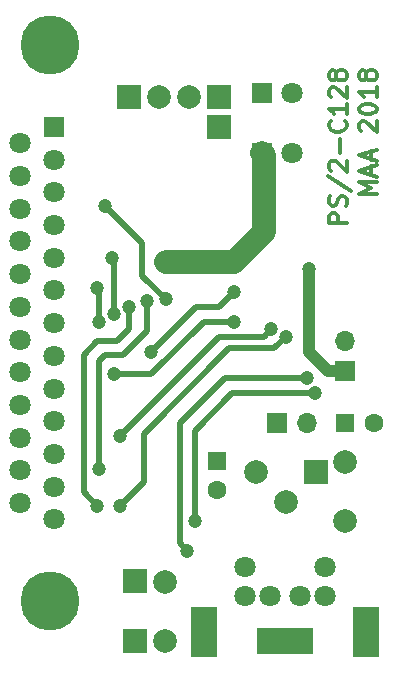
<source format=gbr>
G04 #@! TF.FileFunction,Copper,L1,Top,Signal*
%FSLAX46Y46*%
G04 Gerber Fmt 4.6, Leading zero omitted, Abs format (unit mm)*
G04 Created by KiCad (PCBNEW 4.0.7) date Thu Jun  7 20:11:30 2018*
%MOMM*%
%LPD*%
G01*
G04 APERTURE LIST*
%ADD10C,0.100000*%
%ADD11C,0.300000*%
%ADD12R,1.600000X1.600000*%
%ADD13C,1.600000*%
%ADD14C,2.000000*%
%ADD15R,1.700000X1.700000*%
%ADD16O,1.700000X1.700000*%
%ADD17R,2.000000X2.000000*%
%ADD18R,1.800000X1.800000*%
%ADD19C,1.800000*%
%ADD20R,2.200000X2.200000*%
%ADD21C,5.000000*%
%ADD22C,1.200000*%
%ADD23C,2.000000*%
%ADD24C,1.000000*%
%ADD25C,0.500000*%
G04 APERTURE END LIST*
D10*
D11*
X113708571Y-116084284D02*
X112208571Y-116084284D01*
X112208571Y-115512856D01*
X112280000Y-115369998D01*
X112351429Y-115298570D01*
X112494286Y-115227141D01*
X112708571Y-115227141D01*
X112851429Y-115298570D01*
X112922857Y-115369998D01*
X112994286Y-115512856D01*
X112994286Y-116084284D01*
X113637143Y-114655713D02*
X113708571Y-114441427D01*
X113708571Y-114084284D01*
X113637143Y-113941427D01*
X113565714Y-113869998D01*
X113422857Y-113798570D01*
X113280000Y-113798570D01*
X113137143Y-113869998D01*
X113065714Y-113941427D01*
X112994286Y-114084284D01*
X112922857Y-114369998D01*
X112851429Y-114512856D01*
X112780000Y-114584284D01*
X112637143Y-114655713D01*
X112494286Y-114655713D01*
X112351429Y-114584284D01*
X112280000Y-114512856D01*
X112208571Y-114369998D01*
X112208571Y-114012856D01*
X112280000Y-113798570D01*
X112137143Y-112084285D02*
X114065714Y-113369999D01*
X112351429Y-111655713D02*
X112280000Y-111584284D01*
X112208571Y-111441427D01*
X112208571Y-111084284D01*
X112280000Y-110941427D01*
X112351429Y-110869998D01*
X112494286Y-110798570D01*
X112637143Y-110798570D01*
X112851429Y-110869998D01*
X113708571Y-111727141D01*
X113708571Y-110798570D01*
X113137143Y-110155713D02*
X113137143Y-109012856D01*
X113565714Y-107441427D02*
X113637143Y-107512856D01*
X113708571Y-107727142D01*
X113708571Y-107869999D01*
X113637143Y-108084284D01*
X113494286Y-108227142D01*
X113351429Y-108298570D01*
X113065714Y-108369999D01*
X112851429Y-108369999D01*
X112565714Y-108298570D01*
X112422857Y-108227142D01*
X112280000Y-108084284D01*
X112208571Y-107869999D01*
X112208571Y-107727142D01*
X112280000Y-107512856D01*
X112351429Y-107441427D01*
X113708571Y-106012856D02*
X113708571Y-106869999D01*
X113708571Y-106441427D02*
X112208571Y-106441427D01*
X112422857Y-106584284D01*
X112565714Y-106727142D01*
X112637143Y-106869999D01*
X112351429Y-105441428D02*
X112280000Y-105369999D01*
X112208571Y-105227142D01*
X112208571Y-104869999D01*
X112280000Y-104727142D01*
X112351429Y-104655713D01*
X112494286Y-104584285D01*
X112637143Y-104584285D01*
X112851429Y-104655713D01*
X113708571Y-105512856D01*
X113708571Y-104584285D01*
X112851429Y-103727142D02*
X112780000Y-103870000D01*
X112708571Y-103941428D01*
X112565714Y-104012857D01*
X112494286Y-104012857D01*
X112351429Y-103941428D01*
X112280000Y-103870000D01*
X112208571Y-103727142D01*
X112208571Y-103441428D01*
X112280000Y-103298571D01*
X112351429Y-103227142D01*
X112494286Y-103155714D01*
X112565714Y-103155714D01*
X112708571Y-103227142D01*
X112780000Y-103298571D01*
X112851429Y-103441428D01*
X112851429Y-103727142D01*
X112922857Y-103870000D01*
X112994286Y-103941428D01*
X113137143Y-104012857D01*
X113422857Y-104012857D01*
X113565714Y-103941428D01*
X113637143Y-103870000D01*
X113708571Y-103727142D01*
X113708571Y-103441428D01*
X113637143Y-103298571D01*
X113565714Y-103227142D01*
X113422857Y-103155714D01*
X113137143Y-103155714D01*
X112994286Y-103227142D01*
X112922857Y-103298571D01*
X112851429Y-103441428D01*
X116248571Y-113655712D02*
X114748571Y-113655712D01*
X115820000Y-113155712D01*
X114748571Y-112655712D01*
X116248571Y-112655712D01*
X115820000Y-112012855D02*
X115820000Y-111298569D01*
X116248571Y-112155712D02*
X114748571Y-111655712D01*
X116248571Y-111155712D01*
X115820000Y-110727141D02*
X115820000Y-110012855D01*
X116248571Y-110869998D02*
X114748571Y-110369998D01*
X116248571Y-109869998D01*
X114891429Y-108298570D02*
X114820000Y-108227141D01*
X114748571Y-108084284D01*
X114748571Y-107727141D01*
X114820000Y-107584284D01*
X114891429Y-107512855D01*
X115034286Y-107441427D01*
X115177143Y-107441427D01*
X115391429Y-107512855D01*
X116248571Y-108369998D01*
X116248571Y-107441427D01*
X114748571Y-106512856D02*
X114748571Y-106369999D01*
X114820000Y-106227142D01*
X114891429Y-106155713D01*
X115034286Y-106084284D01*
X115320000Y-106012856D01*
X115677143Y-106012856D01*
X115962857Y-106084284D01*
X116105714Y-106155713D01*
X116177143Y-106227142D01*
X116248571Y-106369999D01*
X116248571Y-106512856D01*
X116177143Y-106655713D01*
X116105714Y-106727142D01*
X115962857Y-106798570D01*
X115677143Y-106869999D01*
X115320000Y-106869999D01*
X115034286Y-106798570D01*
X114891429Y-106727142D01*
X114820000Y-106655713D01*
X114748571Y-106512856D01*
X116248571Y-104584285D02*
X116248571Y-105441428D01*
X116248571Y-105012856D02*
X114748571Y-105012856D01*
X114962857Y-105155713D01*
X115105714Y-105298571D01*
X115177143Y-105441428D01*
X115391429Y-103727142D02*
X115320000Y-103870000D01*
X115248571Y-103941428D01*
X115105714Y-104012857D01*
X115034286Y-104012857D01*
X114891429Y-103941428D01*
X114820000Y-103870000D01*
X114748571Y-103727142D01*
X114748571Y-103441428D01*
X114820000Y-103298571D01*
X114891429Y-103227142D01*
X115034286Y-103155714D01*
X115105714Y-103155714D01*
X115248571Y-103227142D01*
X115320000Y-103298571D01*
X115391429Y-103441428D01*
X115391429Y-103727142D01*
X115462857Y-103870000D01*
X115534286Y-103941428D01*
X115677143Y-104012857D01*
X115962857Y-104012857D01*
X116105714Y-103941428D01*
X116177143Y-103870000D01*
X116248571Y-103727142D01*
X116248571Y-103441428D01*
X116177143Y-103298571D01*
X116105714Y-103227142D01*
X115962857Y-103155714D01*
X115677143Y-103155714D01*
X115534286Y-103227142D01*
X115462857Y-103298571D01*
X115391429Y-103441428D01*
D12*
X102775000Y-136235000D03*
D13*
X102775000Y-138735000D03*
D14*
X98330000Y-151475000D03*
X98330000Y-146475000D03*
D12*
X113570000Y-133060000D03*
D13*
X116070000Y-133060000D03*
D14*
X113570000Y-141315000D03*
X113570000Y-136315000D03*
D15*
X113570000Y-128615000D03*
D16*
X113570000Y-126075000D03*
D17*
X95790000Y-146395000D03*
X95790000Y-151475000D03*
X102870000Y-107950000D03*
X102870000Y-105410000D03*
D18*
X106585000Y-110200000D03*
D19*
X109125000Y-110200000D03*
D18*
X106585000Y-105120000D03*
D19*
X109125000Y-105120000D03*
X107190000Y-147685000D03*
X109790000Y-147685000D03*
X111890000Y-145185000D03*
X105090000Y-145185000D03*
X105090000Y-147685000D03*
X111890000Y-147685000D03*
D20*
X101632000Y-149697000D03*
X101632000Y-151729000D03*
X101632000Y-150713000D03*
X115348000Y-149697000D03*
X115348000Y-151729000D03*
X115348000Y-150713000D03*
X107220000Y-151475000D03*
X109760000Y-151475000D03*
X108490000Y-151475000D03*
D17*
X95250000Y-105410000D03*
D14*
X97790000Y-105410000D03*
X100330000Y-105410000D03*
D18*
X88900000Y-107950000D03*
D19*
X88900000Y-110720000D03*
X88900000Y-113490000D03*
X88900000Y-116260000D03*
X88900000Y-119030000D03*
X88900000Y-121800000D03*
X88900000Y-124570000D03*
X88900000Y-127340000D03*
X88900000Y-130110000D03*
X88900000Y-132880000D03*
X88900000Y-135650000D03*
X88900000Y-138420000D03*
X88900000Y-141190000D03*
X86060000Y-109335000D03*
X86060000Y-112105000D03*
X86060000Y-114875000D03*
X86060000Y-117645000D03*
X86060000Y-120415000D03*
X86060000Y-123185000D03*
X86060000Y-125955000D03*
X86060000Y-128725000D03*
X86060000Y-131495000D03*
X86060000Y-134265000D03*
X86060000Y-137035000D03*
X86060000Y-139805000D03*
D21*
X88600000Y-101020000D03*
X88600000Y-148120000D03*
D15*
X107855000Y-133060000D03*
D16*
X110395000Y-133060000D03*
D14*
X108585000Y-139700000D03*
X106045000Y-137160000D03*
D17*
X111125000Y-137160000D03*
D22*
X98425000Y-119380000D03*
X110490000Y-120015000D03*
X100235000Y-143855000D03*
X110395000Y-129250000D03*
X100870000Y-141315000D03*
X111030000Y-130520000D03*
X93885000Y-119090000D03*
X93980000Y-123825000D03*
X92615000Y-121630000D03*
X92710000Y-124460000D03*
X93250000Y-114645000D03*
X98425000Y-122555000D03*
X95250000Y-123190000D03*
X92615000Y-140045000D03*
X92710000Y-136906000D03*
X96774000Y-122682000D03*
X104140000Y-121920000D03*
X97155000Y-127000000D03*
X104140000Y-124460000D03*
X93980000Y-128905000D03*
X107315000Y-125095000D03*
X94488000Y-134112000D03*
X94520000Y-140045000D03*
X108585000Y-125730000D03*
D23*
X106680000Y-116840000D02*
X106680000Y-110295000D01*
X104140000Y-119380000D02*
X106680000Y-116840000D01*
X98425000Y-119380000D02*
X104140000Y-119380000D01*
X106680000Y-110295000D02*
X106585000Y-110200000D01*
D24*
X110490000Y-120015000D02*
X110490000Y-127000000D01*
X112105000Y-128615000D02*
X113570000Y-128615000D01*
X110490000Y-127000000D02*
X112105000Y-128615000D01*
D25*
X112935000Y-128615000D02*
X113570000Y-128615000D01*
X99600000Y-133060000D02*
X99600000Y-143220000D01*
X103410000Y-129250000D02*
X99600000Y-133060000D01*
X110395000Y-129250000D02*
X103410000Y-129250000D01*
X99600000Y-143220000D02*
X100235000Y-143855000D01*
X104045000Y-130520000D02*
X111030000Y-130520000D01*
X100870000Y-133695000D02*
X104045000Y-130520000D01*
X100870000Y-133695000D02*
X100870000Y-141315000D01*
X93885000Y-119090000D02*
X93980000Y-119185000D01*
X93980000Y-119185000D02*
X93980000Y-123825000D01*
X88900000Y-119030000D02*
X88900000Y-119380000D01*
X92710000Y-121725000D02*
X92710000Y-124460000D01*
X92615000Y-121630000D02*
X92710000Y-121725000D01*
X88900000Y-121800000D02*
X89415000Y-121800000D01*
X98425000Y-122555000D02*
X96425000Y-120555000D01*
X96425000Y-117820000D02*
X93250000Y-114645000D01*
X96425000Y-120555000D02*
X96425000Y-117820000D01*
X88900000Y-113490000D02*
X89360000Y-113490000D01*
X92615000Y-140045000D02*
X91440000Y-138870000D01*
X91440000Y-138870000D02*
X91440000Y-127250000D01*
X94270000Y-126075000D02*
X95250000Y-125095000D01*
X92615000Y-126075000D02*
X94270000Y-126075000D01*
X91440000Y-127250000D02*
X92615000Y-126075000D01*
X95250000Y-125095000D02*
X95250000Y-123190000D01*
X95250000Y-125095000D02*
X95250000Y-123190000D01*
X92710000Y-136906000D02*
X92710000Y-127762000D01*
X92710000Y-127762000D02*
X93218000Y-127254000D01*
X93218000Y-127254000D02*
X94742000Y-127254000D01*
X94742000Y-127254000D02*
X96774000Y-125222000D01*
X96774000Y-125222000D02*
X96774000Y-122682000D01*
X104140000Y-121920000D02*
X102870000Y-123190000D01*
X102870000Y-123190000D02*
X100965000Y-123190000D01*
X100965000Y-123190000D02*
X97155000Y-127000000D01*
X101600000Y-124460000D02*
X104140000Y-124460000D01*
X97155000Y-128905000D02*
X101600000Y-124460000D01*
X93980000Y-128905000D02*
X97155000Y-128905000D01*
X106680000Y-125730000D02*
X107315000Y-125095000D01*
X106680000Y-125730000D02*
X102870000Y-125730000D01*
X94488000Y-134112000D02*
X102870000Y-125730000D01*
X94520000Y-140045000D02*
X96520000Y-138045000D01*
X96520000Y-138045000D02*
X96520000Y-133985000D01*
X96520000Y-133985000D02*
X103795000Y-126710000D01*
X103795000Y-126710000D02*
X107605000Y-126710000D01*
X107605000Y-126710000D02*
X108585000Y-125730000D01*
M02*

</source>
